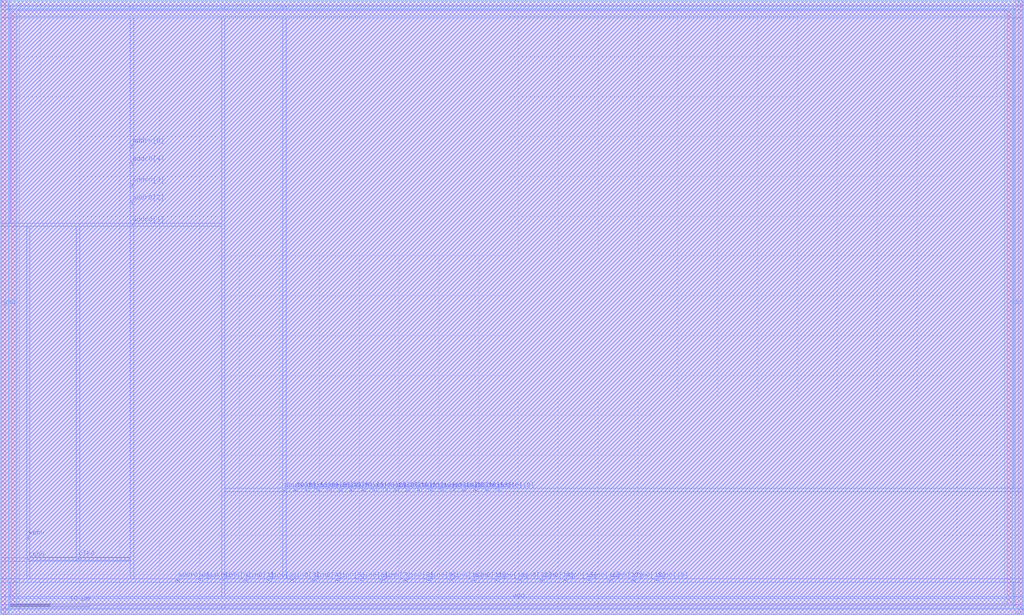
<source format=lef>
VERSION 5.4 ;
NAMESCASESENSITIVE ON ;
BUSBITCHARS "[]" ;
DIVIDERCHAR "/" ;
UNITS
  DATABASE MICRONS 2000 ;
END UNITS
MACRO freepdk45_sram_1rw0r_64x20_64
   CLASS BLOCK ;
   SIZE 128.38 BY 77.14 ;
   SYMMETRY X Y R90 ;
   PIN din0[0]
      DIRECTION INPUT ;
      PORT
         LAYER metal3 ;
         RECT  27.905 4.2375 28.04 4.3725 ;
      END
   END din0[0]
   PIN din0[1]
      DIRECTION INPUT ;
      PORT
         LAYER metal3 ;
         RECT  30.765 4.2375 30.9 4.3725 ;
      END
   END din0[1]
   PIN din0[2]
      DIRECTION INPUT ;
      PORT
         LAYER metal3 ;
         RECT  33.625 4.2375 33.76 4.3725 ;
      END
   END din0[2]
   PIN din0[3]
      DIRECTION INPUT ;
      PORT
         LAYER metal3 ;
         RECT  36.485 4.2375 36.62 4.3725 ;
      END
   END din0[3]
   PIN din0[4]
      DIRECTION INPUT ;
      PORT
         LAYER metal3 ;
         RECT  39.345 4.2375 39.48 4.3725 ;
      END
   END din0[4]
   PIN din0[5]
      DIRECTION INPUT ;
      PORT
         LAYER metal3 ;
         RECT  42.205 4.2375 42.34 4.3725 ;
      END
   END din0[5]
   PIN din0[6]
      DIRECTION INPUT ;
      PORT
         LAYER metal3 ;
         RECT  45.065 4.2375 45.2 4.3725 ;
      END
   END din0[6]
   PIN din0[7]
      DIRECTION INPUT ;
      PORT
         LAYER metal3 ;
         RECT  47.925 4.2375 48.06 4.3725 ;
      END
   END din0[7]
   PIN din0[8]
      DIRECTION INPUT ;
      PORT
         LAYER metal3 ;
         RECT  50.785 4.2375 50.92 4.3725 ;
      END
   END din0[8]
   PIN din0[9]
      DIRECTION INPUT ;
      PORT
         LAYER metal3 ;
         RECT  53.645 4.2375 53.78 4.3725 ;
      END
   END din0[9]
   PIN din0[10]
      DIRECTION INPUT ;
      PORT
         LAYER metal3 ;
         RECT  56.505 4.2375 56.64 4.3725 ;
      END
   END din0[10]
   PIN din0[11]
      DIRECTION INPUT ;
      PORT
         LAYER metal3 ;
         RECT  59.365 4.2375 59.5 4.3725 ;
      END
   END din0[11]
   PIN din0[12]
      DIRECTION INPUT ;
      PORT
         LAYER metal3 ;
         RECT  62.225 4.2375 62.36 4.3725 ;
      END
   END din0[12]
   PIN din0[13]
      DIRECTION INPUT ;
      PORT
         LAYER metal3 ;
         RECT  65.085 4.2375 65.22 4.3725 ;
      END
   END din0[13]
   PIN din0[14]
      DIRECTION INPUT ;
      PORT
         LAYER metal3 ;
         RECT  67.945 4.2375 68.08 4.3725 ;
      END
   END din0[14]
   PIN din0[15]
      DIRECTION INPUT ;
      PORT
         LAYER metal3 ;
         RECT  70.805 4.2375 70.94 4.3725 ;
      END
   END din0[15]
   PIN din0[16]
      DIRECTION INPUT ;
      PORT
         LAYER metal3 ;
         RECT  73.665 4.2375 73.8 4.3725 ;
      END
   END din0[16]
   PIN din0[17]
      DIRECTION INPUT ;
      PORT
         LAYER metal3 ;
         RECT  76.525 4.2375 76.66 4.3725 ;
      END
   END din0[17]
   PIN din0[18]
      DIRECTION INPUT ;
      PORT
         LAYER metal3 ;
         RECT  79.385 4.2375 79.52 4.3725 ;
      END
   END din0[18]
   PIN din0[19]
      DIRECTION INPUT ;
      PORT
         LAYER metal3 ;
         RECT  82.245 4.2375 82.38 4.3725 ;
      END
   END din0[19]
   PIN addr0[0]
      DIRECTION INPUT ;
      PORT
         LAYER metal3 ;
         RECT  22.185 4.2375 22.32 4.3725 ;
      END
   END addr0[0]
   PIN addr0[1]
      DIRECTION INPUT ;
      PORT
         LAYER metal3 ;
         RECT  16.465 48.86 16.6 48.995 ;
      END
   END addr0[1]
   PIN addr0[2]
      DIRECTION INPUT ;
      PORT
         LAYER metal3 ;
         RECT  16.465 51.59 16.6 51.725 ;
      END
   END addr0[2]
   PIN addr0[3]
      DIRECTION INPUT ;
      PORT
         LAYER metal3 ;
         RECT  16.465 53.8 16.6 53.935 ;
      END
   END addr0[3]
   PIN addr0[4]
      DIRECTION INPUT ;
      PORT
         LAYER metal3 ;
         RECT  16.465 56.53 16.6 56.665 ;
      END
   END addr0[4]
   PIN addr0[5]
      DIRECTION INPUT ;
      PORT
         LAYER metal3 ;
         RECT  16.465 58.74 16.6 58.875 ;
      END
   END addr0[5]
   PIN csb0
      DIRECTION INPUT ;
      PORT
         LAYER metal3 ;
         RECT  3.45 6.87 3.585 7.005 ;
      END
   END csb0
   PIN web0
      DIRECTION INPUT ;
      PORT
         LAYER metal3 ;
         RECT  3.45 9.6 3.585 9.735 ;
      END
   END web0
   PIN clk0
      DIRECTION INPUT ;
      PORT
         LAYER metal3 ;
         RECT  9.6925 6.955 9.8275 7.09 ;
      END
   END clk0
   PIN wmask0[0]
      DIRECTION INPUT ;
      PORT
         LAYER metal3 ;
         RECT  25.045 4.2375 25.18 4.3725 ;
      END
   END wmask0[0]
   PIN dout0[0]
      DIRECTION OUTPUT ;
      PORT
         LAYER metal3 ;
         RECT  35.5825 15.565 35.7175 15.7 ;
      END
   END dout0[0]
   PIN dout0[1]
      DIRECTION OUTPUT ;
      PORT
         LAYER metal3 ;
         RECT  36.9925 15.565 37.1275 15.7 ;
      END
   END dout0[1]
   PIN dout0[2]
      DIRECTION OUTPUT ;
      PORT
         LAYER metal3 ;
         RECT  38.4025 15.565 38.5375 15.7 ;
      END
   END dout0[2]
   PIN dout0[3]
      DIRECTION OUTPUT ;
      PORT
         LAYER metal3 ;
         RECT  39.8125 15.565 39.9475 15.7 ;
      END
   END dout0[3]
   PIN dout0[4]
      DIRECTION OUTPUT ;
      PORT
         LAYER metal3 ;
         RECT  41.2225 15.565 41.3575 15.7 ;
      END
   END dout0[4]
   PIN dout0[5]
      DIRECTION OUTPUT ;
      PORT
         LAYER metal3 ;
         RECT  42.6325 15.565 42.7675 15.7 ;
      END
   END dout0[5]
   PIN dout0[6]
      DIRECTION OUTPUT ;
      PORT
         LAYER metal3 ;
         RECT  44.0425 15.565 44.1775 15.7 ;
      END
   END dout0[6]
   PIN dout0[7]
      DIRECTION OUTPUT ;
      PORT
         LAYER metal3 ;
         RECT  45.4525 15.565 45.5875 15.7 ;
      END
   END dout0[7]
   PIN dout0[8]
      DIRECTION OUTPUT ;
      PORT
         LAYER metal3 ;
         RECT  46.8625 15.565 46.9975 15.7 ;
      END
   END dout0[8]
   PIN dout0[9]
      DIRECTION OUTPUT ;
      PORT
         LAYER metal3 ;
         RECT  48.2725 15.565 48.4075 15.7 ;
      END
   END dout0[9]
   PIN dout0[10]
      DIRECTION OUTPUT ;
      PORT
         LAYER metal3 ;
         RECT  49.6825 15.565 49.8175 15.7 ;
      END
   END dout0[10]
   PIN dout0[11]
      DIRECTION OUTPUT ;
      PORT
         LAYER metal3 ;
         RECT  51.0925 15.565 51.2275 15.7 ;
      END
   END dout0[11]
   PIN dout0[12]
      DIRECTION OUTPUT ;
      PORT
         LAYER metal3 ;
         RECT  52.5025 15.565 52.6375 15.7 ;
      END
   END dout0[12]
   PIN dout0[13]
      DIRECTION OUTPUT ;
      PORT
         LAYER metal3 ;
         RECT  53.9125 15.565 54.0475 15.7 ;
      END
   END dout0[13]
   PIN dout0[14]
      DIRECTION OUTPUT ;
      PORT
         LAYER metal3 ;
         RECT  55.3225 15.565 55.4575 15.7 ;
      END
   END dout0[14]
   PIN dout0[15]
      DIRECTION OUTPUT ;
      PORT
         LAYER metal3 ;
         RECT  56.7325 15.565 56.8675 15.7 ;
      END
   END dout0[15]
   PIN dout0[16]
      DIRECTION OUTPUT ;
      PORT
         LAYER metal3 ;
         RECT  58.1425 15.565 58.2775 15.7 ;
      END
   END dout0[16]
   PIN dout0[17]
      DIRECTION OUTPUT ;
      PORT
         LAYER metal3 ;
         RECT  59.5525 15.565 59.6875 15.7 ;
      END
   END dout0[17]
   PIN dout0[18]
      DIRECTION OUTPUT ;
      PORT
         LAYER metal3 ;
         RECT  60.9625 15.565 61.0975 15.7 ;
      END
   END dout0[18]
   PIN dout0[19]
      DIRECTION OUTPUT ;
      PORT
         LAYER metal3 ;
         RECT  62.3725 15.565 62.5075 15.7 ;
      END
   END dout0[19]
   PIN vdd
      DIRECTION INOUT ;
      USE POWER ; 
      SHAPE ABUTMENT ; 
      PORT
         LAYER metal3 ;
         RECT  1.4 75.04 126.98 75.74 ;
         LAYER metal4 ;
         RECT  1.4 1.4 2.1 75.74 ;
         LAYER metal4 ;
         RECT  126.28 1.4 126.98 75.74 ;
         LAYER metal3 ;
         RECT  1.4 1.4 126.98 2.1 ;
      END
   END vdd
   PIN gnd
      DIRECTION INOUT ;
      USE GROUND ; 
      SHAPE ABUTMENT ; 
      PORT
         LAYER metal4 ;
         RECT  127.68 0.0 128.38 77.14 ;
         LAYER metal3 ;
         RECT  0.0 0.0 128.38 0.7 ;
         LAYER metal3 ;
         RECT  0.0 76.44 128.38 77.14 ;
         LAYER metal4 ;
         RECT  0.0 0.0 0.7 77.14 ;
      END
   END gnd
   OBS
   LAYER  metal1 ;
      RECT  0.14 0.14 128.24 77.0 ;
   LAYER  metal2 ;
      RECT  0.14 0.14 128.24 77.0 ;
   LAYER  metal3 ;
      RECT  28.18 4.0975 30.625 4.5125 ;
      RECT  31.04 4.0975 33.485 4.5125 ;
      RECT  33.9 4.0975 36.345 4.5125 ;
      RECT  36.76 4.0975 39.205 4.5125 ;
      RECT  39.62 4.0975 42.065 4.5125 ;
      RECT  42.48 4.0975 44.925 4.5125 ;
      RECT  45.34 4.0975 47.785 4.5125 ;
      RECT  48.2 4.0975 50.645 4.5125 ;
      RECT  51.06 4.0975 53.505 4.5125 ;
      RECT  53.92 4.0975 56.365 4.5125 ;
      RECT  56.78 4.0975 59.225 4.5125 ;
      RECT  59.64 4.0975 62.085 4.5125 ;
      RECT  62.5 4.0975 64.945 4.5125 ;
      RECT  65.36 4.0975 67.805 4.5125 ;
      RECT  68.22 4.0975 70.665 4.5125 ;
      RECT  71.08 4.0975 73.525 4.5125 ;
      RECT  73.94 4.0975 76.385 4.5125 ;
      RECT  76.8 4.0975 79.245 4.5125 ;
      RECT  79.66 4.0975 82.105 4.5125 ;
      RECT  82.52 4.0975 128.24 4.5125 ;
      RECT  0.14 4.0975 22.045 4.5125 ;
      RECT  0.14 48.72 16.325 49.135 ;
      RECT  16.325 4.5125 16.74 48.72 ;
      RECT  16.74 4.5125 27.765 48.72 ;
      RECT  16.74 48.72 27.765 49.135 ;
      RECT  16.325 49.135 16.74 51.45 ;
      RECT  16.325 51.865 16.74 53.66 ;
      RECT  16.325 54.075 16.74 56.39 ;
      RECT  16.325 56.805 16.74 58.6 ;
      RECT  0.14 4.5125 3.31 6.73 ;
      RECT  0.14 6.73 3.31 7.145 ;
      RECT  0.14 7.145 3.31 48.72 ;
      RECT  3.31 4.5125 3.725 6.73 ;
      RECT  3.725 4.5125 16.325 6.73 ;
      RECT  3.31 7.145 3.725 9.46 ;
      RECT  3.31 9.875 3.725 48.72 ;
      RECT  3.725 6.73 9.5525 6.815 ;
      RECT  3.725 6.815 9.5525 7.145 ;
      RECT  9.5525 6.73 9.9675 6.815 ;
      RECT  9.9675 6.73 16.325 6.815 ;
      RECT  9.9675 6.815 16.325 7.145 ;
      RECT  3.725 7.145 9.5525 7.23 ;
      RECT  3.725 7.23 9.5525 48.72 ;
      RECT  9.5525 7.23 9.9675 48.72 ;
      RECT  9.9675 7.145 16.325 7.23 ;
      RECT  9.9675 7.23 16.325 48.72 ;
      RECT  22.46 4.0975 24.905 4.5125 ;
      RECT  25.32 4.0975 27.765 4.5125 ;
      RECT  28.18 4.5125 35.4425 15.425 ;
      RECT  28.18 15.425 35.4425 15.84 ;
      RECT  35.4425 4.5125 35.8575 15.425 ;
      RECT  35.8575 4.5125 128.24 15.425 ;
      RECT  35.8575 15.425 36.8525 15.84 ;
      RECT  37.2675 15.425 38.2625 15.84 ;
      RECT  38.6775 15.425 39.6725 15.84 ;
      RECT  40.0875 15.425 41.0825 15.84 ;
      RECT  41.4975 15.425 42.4925 15.84 ;
      RECT  42.9075 15.425 43.9025 15.84 ;
      RECT  44.3175 15.425 45.3125 15.84 ;
      RECT  45.7275 15.425 46.7225 15.84 ;
      RECT  47.1375 15.425 48.1325 15.84 ;
      RECT  48.5475 15.425 49.5425 15.84 ;
      RECT  49.9575 15.425 50.9525 15.84 ;
      RECT  51.3675 15.425 52.3625 15.84 ;
      RECT  52.7775 15.425 53.7725 15.84 ;
      RECT  54.1875 15.425 55.1825 15.84 ;
      RECT  55.5975 15.425 56.5925 15.84 ;
      RECT  57.0075 15.425 58.0025 15.84 ;
      RECT  58.4175 15.425 59.4125 15.84 ;
      RECT  59.8275 15.425 60.8225 15.84 ;
      RECT  61.2375 15.425 62.2325 15.84 ;
      RECT  62.6475 15.425 128.24 15.84 ;
      RECT  27.765 4.5125 28.18 74.9 ;
      RECT  0.14 49.135 1.26 74.9 ;
      RECT  0.14 74.9 1.26 75.88 ;
      RECT  1.26 49.135 16.325 74.9 ;
      RECT  16.74 49.135 27.765 74.9 ;
      RECT  16.325 59.015 16.74 74.9 ;
      RECT  28.18 15.84 35.4425 74.9 ;
      RECT  35.4425 15.84 35.8575 74.9 ;
      RECT  35.8575 15.84 127.12 74.9 ;
      RECT  127.12 15.84 128.24 74.9 ;
      RECT  127.12 74.9 128.24 75.88 ;
      RECT  0.14 1.26 1.26 2.24 ;
      RECT  0.14 2.24 1.26 4.0975 ;
      RECT  1.26 2.24 27.765 4.0975 ;
      RECT  27.765 2.24 28.18 4.0975 ;
      RECT  28.18 2.24 127.12 4.0975 ;
      RECT  127.12 1.26 128.24 2.24 ;
      RECT  127.12 2.24 128.24 4.0975 ;
      RECT  0.14 0.84 1.26 1.26 ;
      RECT  1.26 0.84 27.765 1.26 ;
      RECT  27.765 0.84 28.18 1.26 ;
      RECT  28.18 0.84 127.12 1.26 ;
      RECT  127.12 0.84 128.24 1.26 ;
      RECT  27.765 75.88 28.18 76.3 ;
      RECT  0.14 75.88 1.26 76.3 ;
      RECT  1.26 75.88 16.325 76.3 ;
      RECT  16.74 75.88 27.765 76.3 ;
      RECT  16.325 75.88 16.74 76.3 ;
      RECT  28.18 75.88 35.4425 76.3 ;
      RECT  35.4425 75.88 35.8575 76.3 ;
      RECT  35.8575 75.88 127.12 76.3 ;
      RECT  127.12 75.88 128.24 76.3 ;
   LAYER  metal4 ;
      RECT  1.12 0.14 2.38 1.12 ;
      RECT  1.12 76.02 2.38 77.0 ;
      RECT  2.38 1.12 126.0 76.02 ;
      RECT  2.38 0.14 127.4 1.12 ;
      RECT  2.38 76.02 127.4 77.0 ;
      RECT  127.26 1.12 127.4 76.02 ;
      RECT  0.98 0.14 1.12 1.12 ;
      RECT  0.98 1.12 1.12 76.02 ;
      RECT  0.98 76.02 1.12 77.0 ;
   END
END    freepdk45_sram_1rw0r_64x20_64
END    LIBRARY

</source>
